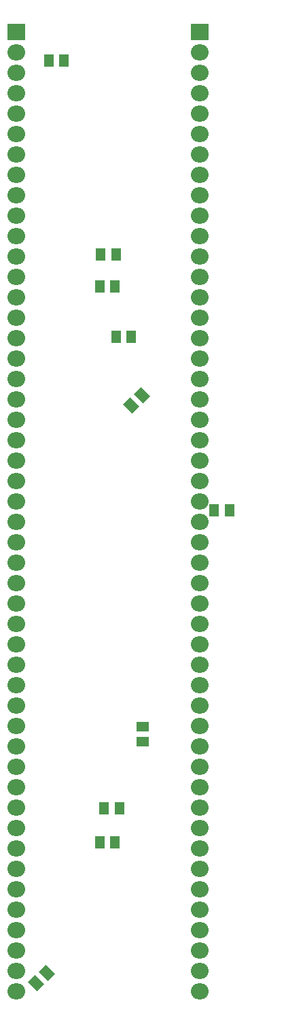
<source format=gbs>
G04*
G04 #@! TF.GenerationSoftware,Altium Limited,Altium Designer,21.8.1 (53)*
G04*
G04 Layer_Color=16711935*
%FSLAX25Y25*%
%MOIN*%
G70*
G04*
G04 #@! TF.SameCoordinates,F5C5D764-6AA7-4F14-928A-87DEF657E23D*
G04*
G04*
G04 #@! TF.FilePolarity,Negative*
G04*
G01*
G75*
%ADD48R,0.04800X0.06300*%
%ADD61C,0.00600*%
%ADD62O,0.08674X0.07887*%
%ADD63R,0.08674X0.07887*%
G04:AMPARAMS|DCode=72|XSize=48mil|YSize=63mil|CornerRadius=0mil|HoleSize=0mil|Usage=FLASHONLY|Rotation=225.000|XOffset=0mil|YOffset=0mil|HoleType=Round|Shape=Rectangle|*
%AMROTATEDRECTD72*
4,1,4,-0.00530,0.03924,0.03924,-0.00530,0.00530,-0.03924,-0.03924,0.00530,-0.00530,0.03924,0.0*
%
%ADD72ROTATEDRECTD72*%

%ADD73R,0.06300X0.04800*%
D48*
X357400Y271200D02*
D03*
X350000D02*
D03*
X357200Y543600D02*
D03*
X349800D02*
D03*
X359500Y287700D02*
D03*
X352100D02*
D03*
X324800Y654100D02*
D03*
X332200D02*
D03*
X413500Y433700D02*
D03*
X406100D02*
D03*
X365200Y518700D02*
D03*
X357800D02*
D03*
Y559100D02*
D03*
X350400D02*
D03*
D61*
X445822Y216542D02*
D03*
X422200D02*
D03*
X354300Y227722D02*
D03*
Y204100D02*
D03*
Y638678D02*
D03*
Y662300D02*
D03*
X422200Y591993D02*
D03*
X445822D02*
D03*
X422200Y649600D02*
D03*
X445822D02*
D03*
X422200Y476778D02*
D03*
X445822Y476778D02*
D03*
X422200Y331756D02*
D03*
X445822D02*
D03*
X422200Y534385D02*
D03*
X445822D02*
D03*
X422200Y274149D02*
D03*
X445822D02*
D03*
X422200Y389364D02*
D03*
X445822D02*
D03*
D62*
X398814Y658074D02*
D03*
Y638073D02*
D03*
Y648073D02*
D03*
Y618074D02*
D03*
Y628074D02*
D03*
Y598073D02*
D03*
Y608074D02*
D03*
Y578074D02*
D03*
Y588073D02*
D03*
Y558074D02*
D03*
Y568074D02*
D03*
Y538073D02*
D03*
Y548073D02*
D03*
Y518074D02*
D03*
Y528074D02*
D03*
Y498073D02*
D03*
Y508074D02*
D03*
Y478074D02*
D03*
Y488073D02*
D03*
Y458074D02*
D03*
Y468074D02*
D03*
Y438073D02*
D03*
Y448073D02*
D03*
Y418074D02*
D03*
Y428074D02*
D03*
Y398074D02*
D03*
Y408074D02*
D03*
Y378074D02*
D03*
Y388073D02*
D03*
Y358073D02*
D03*
Y368074D02*
D03*
Y338073D02*
D03*
Y348074D02*
D03*
Y318074D02*
D03*
Y328074D02*
D03*
Y298074D02*
D03*
Y308073D02*
D03*
Y278074D02*
D03*
Y288073D02*
D03*
Y258073D02*
D03*
Y268074D02*
D03*
Y248074D02*
D03*
Y238073D02*
D03*
Y228074D02*
D03*
Y218074D02*
D03*
Y208073D02*
D03*
Y198073D02*
D03*
X308814Y658074D02*
D03*
Y638073D02*
D03*
Y648073D02*
D03*
Y618074D02*
D03*
Y628074D02*
D03*
Y598073D02*
D03*
Y608074D02*
D03*
Y578074D02*
D03*
Y588073D02*
D03*
Y558074D02*
D03*
Y568074D02*
D03*
Y538073D02*
D03*
Y548073D02*
D03*
Y518074D02*
D03*
Y528074D02*
D03*
Y498073D02*
D03*
Y508074D02*
D03*
Y478074D02*
D03*
Y488073D02*
D03*
Y458074D02*
D03*
Y468074D02*
D03*
Y438073D02*
D03*
Y448073D02*
D03*
Y418074D02*
D03*
Y428074D02*
D03*
Y398074D02*
D03*
Y408074D02*
D03*
Y378074D02*
D03*
Y388073D02*
D03*
Y358073D02*
D03*
Y368074D02*
D03*
Y338073D02*
D03*
Y348074D02*
D03*
Y318074D02*
D03*
Y328074D02*
D03*
Y298074D02*
D03*
Y308073D02*
D03*
Y278074D02*
D03*
Y288073D02*
D03*
Y258073D02*
D03*
Y268074D02*
D03*
Y248074D02*
D03*
Y238073D02*
D03*
Y228074D02*
D03*
Y218074D02*
D03*
Y208073D02*
D03*
Y198073D02*
D03*
D63*
X398814Y668074D02*
D03*
X308814D02*
D03*
D72*
X323816Y207316D02*
D03*
X318584Y202084D02*
D03*
X365301Y485025D02*
D03*
X370533Y490258D02*
D03*
D73*
X371100Y327900D02*
D03*
Y320500D02*
D03*
M02*

</source>
